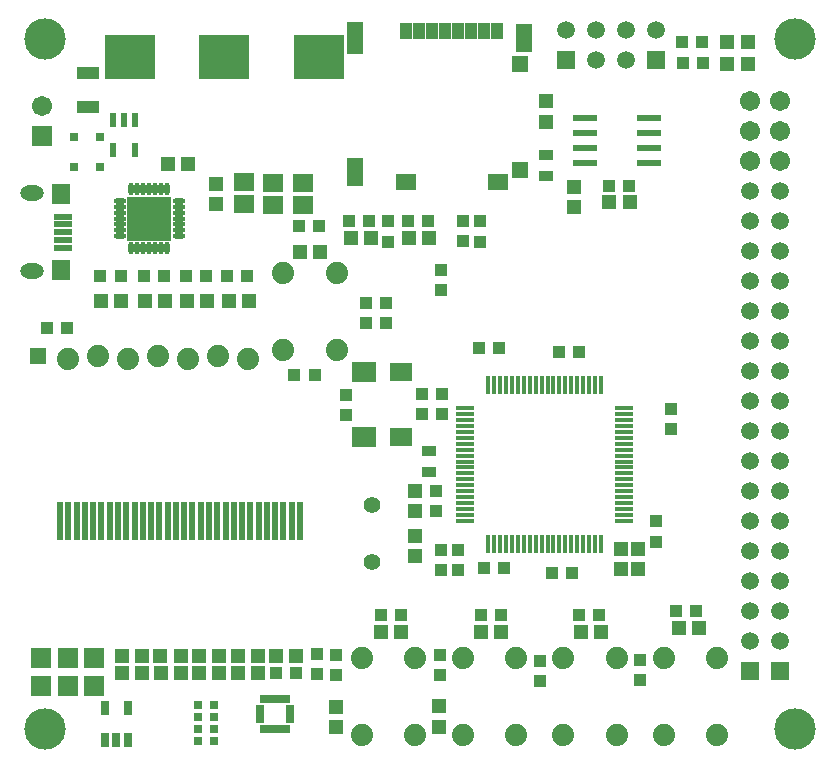
<source format=gbr>
%TF.GenerationSoftware,Novarm,DipTrace,3.2.0.1*%
%TF.CreationDate,2018-12-02T20:47:12-08:00*%
%FSLAX26Y26*%
%MOIN*%
%TF.FileFunction,Soldermask,Top*%
%TF.Part,Single*%
%AMOUTLINE0*
4,1,4,
-0.035433,0.019685,
-0.035433,-0.019685,
0.035433,-0.019685,
0.035433,0.019685,
-0.035433,0.019685,
0*%
%AMOUTLINE1*
4,1,4,
0.026163,0.026163,
0.026205,-0.026121,
-0.026121,-0.026205,
-0.026163,0.026163,
0.026163,0.026163,
0*%
%AMOUTLINE2*
4,1,4,
-0.023622,0.015748,
-0.023622,-0.015748,
0.023622,-0.015748,
0.023622,0.015748,
-0.023622,0.015748,
0*%
%AMOUTLINE3*
4,1,4,
-0.010827,-0.023622,
0.010827,-0.023622,
0.010827,0.023622,
-0.010827,0.023622,
-0.010827,-0.023622,
0*%
%ADD26R,0.03937X0.043307*%
%ADD27R,0.043307X0.03937*%
%ADD33R,0.059055X0.059055*%
%ADD34C,0.059055*%
%ADD45C,0.074*%
%ADD50R,0.062992X0.011811*%
%ADD51R,0.011811X0.062992*%
%ADD62R,0.05937X0.05937*%
%ADD63C,0.05937*%
%ADD64R,0.07874X0.023622*%
%ADD68R,0.074803X0.059055*%
%ADD72C,0.137795*%
%ADD80C,0.056*%
%ADD82R,0.082803X0.067055*%
%ADD90R,0.027685X0.019811*%
%ADD92R,0.019811X0.027685*%
%ADD94R,0.031622X0.051307*%
%ADD96R,0.023748X0.12611*%
%ADD98R,0.145795X0.145795*%
%ADD100O,0.019811X0.041465*%
%ADD102O,0.041465X0.019811*%
%ADD108R,0.068X0.068*%
%ADD112R,0.053669X0.057213*%
%ADD114R,0.053669X0.055244*%
%ADD116R,0.067055X0.053276*%
%ADD118R,0.053276X0.094614*%
%ADD120R,0.053276X0.106425*%
%ADD122R,0.039496X0.056819*%
%ADD124O,0.078866X0.051307*%
%ADD126R,0.063118X0.070992*%
%ADD128R,0.06115X0.023748*%
%ADD130C,0.067055*%
%ADD132R,0.067055X0.067055*%
%ADD134R,0.031622X0.031622*%
%ADD136R,0.067055X0.059181*%
%ADD138R,0.051307X0.04737*%
%ADD140R,0.04737X0.051307*%
%ADD142R,0.16548X0.149732*%
%ADD149OUTLINE0*%
%ADD150OUTLINE1*%
%ADD151OUTLINE2*%
%ADD152OUTLINE3*%
G75*
G01*
%LPD*%
D142*
X1406202Y2734324D3*
X1091242D3*
X776281D3*
D26*
X1796824Y1287450D3*
Y1220521D3*
X1749809Y1543843D3*
Y1610772D3*
X1497617Y1541625D3*
Y1608554D3*
D140*
X1728075Y1221827D3*
Y1288756D3*
D26*
X1815427Y1543843D3*
Y1610772D3*
D140*
X1728075Y1137450D3*
Y1070521D3*
D27*
X2006032Y1762570D3*
X1939103D3*
X1956365Y1031257D3*
X2023294D3*
D26*
X2531200Y1118696D3*
Y1185625D3*
D27*
X2249756Y1012649D3*
X2182827D3*
D26*
X2580971Y1493848D3*
Y1560777D3*
D136*
X1156201Y2318701D3*
Y2243898D3*
D27*
X2206011Y1750071D3*
X2272940D3*
D140*
X1062452Y2310630D3*
Y2243701D3*
D136*
X1252987Y2315448D3*
Y2240645D3*
X1352978Y2315448D3*
Y2240645D3*
D138*
X749316Y737225D3*
X816246D3*
X878080D3*
X945009D3*
X1135607D3*
X1202536D3*
X1264370D3*
X1331299D3*
D140*
X2162265Y2518740D3*
Y2585670D3*
D138*
X816625Y680526D3*
X749696D3*
D26*
X1399950Y676772D3*
Y743701D3*
D27*
X1331299Y680969D3*
X1264370D3*
D26*
X1812302Y2025042D3*
Y1958113D3*
D138*
X1135692Y681201D3*
X1202621D3*
X1007110D3*
X1074040D3*
D134*
X676013Y2468746D3*
X589399D3*
X676013Y2368756D3*
X589399D3*
D149*
X637425Y2568735D3*
Y2678971D3*
D132*
X484316Y2471870D3*
D130*
Y2571870D3*
D128*
X554235Y2201133D3*
Y2175542D3*
Y2149952D3*
Y2124361D3*
Y2098771D3*
D126*
X545377Y2275936D3*
Y2023967D3*
D124*
X448999Y2279873D3*
Y2020030D3*
D122*
X1695110Y2820899D3*
X1738418D3*
X1781725D3*
X1825032D3*
X1868339D3*
X1911646D3*
X1954953D3*
X1998260D3*
D120*
X1528181Y2796109D3*
D118*
Y2350046D3*
D116*
X1697473Y2318550D3*
X2003772D3*
D114*
X2075032Y2357132D3*
D112*
Y2711462D3*
D118*
X2090780Y2796109D3*
D150*
X468701Y1737450D3*
D45*
X568701Y1727450D3*
X668701Y1737450D3*
X768701Y1727450D3*
X868701Y1737450D3*
X968701Y1727450D3*
X1068701Y1737450D3*
X1168701Y1727450D3*
D33*
X2843701Y687450D3*
D34*
Y787450D3*
Y887450D3*
Y987450D3*
Y1087450D3*
Y1187450D3*
Y1287450D3*
Y1387450D3*
Y1487450D3*
Y1587450D3*
Y1687450D3*
Y1787450D3*
Y1887450D3*
Y1987450D3*
Y2087450D3*
Y2187450D3*
Y2287450D3*
D130*
Y2387450D3*
Y2487450D3*
Y2587450D3*
D33*
X2943701Y687450D3*
D34*
Y787450D3*
Y887450D3*
Y987450D3*
Y1087450D3*
Y1187450D3*
Y1287450D3*
Y1387450D3*
Y1487450D3*
Y1587450D3*
Y1687450D3*
Y1787450D3*
Y1887450D3*
Y1987450D3*
Y2087450D3*
Y2187450D3*
Y2287450D3*
D130*
Y2387450D3*
Y2487450D3*
Y2587450D3*
D151*
X1771974Y1350042D3*
Y1420908D3*
X2162265Y2337509D3*
Y2408376D3*
D138*
X1106126Y1921928D3*
X1173055D3*
X965516D3*
X1032445D3*
X1343958Y2083452D3*
X1410887D3*
X824906Y1921928D3*
X891835D3*
X681171D3*
X748100D3*
X2605709Y831201D3*
X2672638D3*
X2278625Y818701D3*
X2345554D3*
X1945293D3*
X2012222D3*
X1611960D3*
X1678889D3*
X1705870Y2131374D3*
X1772799D3*
X1512100D3*
X1579029D3*
X2374743Y2250019D3*
X2441672D3*
X2768208Y2709334D3*
X2835137D3*
X2768208Y2784334D3*
X2835137D3*
D26*
X1631201Y1912452D3*
Y1845523D3*
D27*
X1339378Y2168872D3*
X1406307D3*
X1324853Y1675079D3*
X1391782D3*
X499940Y1831313D3*
X566869D3*
D26*
X1887625Y2118873D3*
Y2185802D3*
D140*
X2468483Y1094076D3*
Y1027147D3*
D27*
X821781Y2003170D3*
X888710D3*
X678046D3*
X744975D3*
D138*
X903929Y2375912D3*
X970858D3*
D27*
X1099877Y2003170D3*
X1166806D3*
D140*
X2412239Y1093890D3*
Y1026961D3*
D26*
X1562452Y1912452D3*
Y1845523D3*
D27*
X962391Y2003170D3*
X1029320D3*
X2662452Y887449D3*
X2595523D3*
X2339488Y874949D3*
X2272559D3*
X2012450Y874950D3*
X1945521D3*
X1681066Y874949D3*
X1614137D3*
X1701771Y2187452D3*
X1768700D3*
D26*
X1637450Y2118701D3*
Y2185630D3*
D27*
X1506198Y2187452D3*
X1573128D3*
D26*
X1943538Y2118782D3*
Y2185711D3*
D27*
X2372525Y2304045D3*
X2439454D3*
D26*
X1464774Y739696D3*
Y672767D3*
D138*
X1073772Y737225D3*
X1006843D3*
D26*
X1808559Y739696D3*
Y672767D3*
X2141673Y720944D3*
Y654015D3*
X2475170Y724983D3*
Y658054D3*
X1871067Y1089463D3*
Y1022534D3*
X1814811Y1089463D3*
Y1022534D3*
D27*
X2618467Y2712470D3*
X2685397D3*
X2616250Y2785244D3*
X2683179D3*
D138*
X878530Y681201D3*
X945460D3*
D140*
X2256201Y2233023D3*
Y2299952D3*
D45*
X1287450Y1756201D3*
Y2012201D3*
X1465450Y1756201D3*
Y2012201D3*
X1549950Y474950D3*
Y730950D3*
X1727950Y474950D3*
Y730950D3*
X1885368Y474950D3*
Y730950D3*
X2063368Y474950D3*
Y730950D3*
X2220784Y474950D3*
Y730950D3*
X2398784Y474950D3*
Y730950D3*
X2556201Y474950D3*
Y730950D3*
X2734201Y474950D3*
Y730950D3*
D108*
X481192Y731428D3*
X568698Y731201D3*
X656173Y731428D3*
X481192Y637688D3*
X568683D3*
X656173D3*
D50*
X1894685Y1562450D3*
Y1542765D3*
Y1523080D3*
Y1503395D3*
Y1483710D3*
Y1464025D3*
Y1444340D3*
Y1424655D3*
Y1404970D3*
Y1385285D3*
Y1365600D3*
Y1345915D3*
Y1326230D3*
Y1306545D3*
Y1286860D3*
Y1267175D3*
Y1247490D3*
Y1227805D3*
Y1208120D3*
Y1188435D3*
D51*
X1971457Y1111663D3*
X1991142D3*
X2010827D3*
X2030512D3*
X2050197D3*
X2069882D3*
X2089567D3*
X2109252D3*
X2128937D3*
X2148622D3*
X2168307D3*
X2187992D3*
X2207677D3*
X2227362D3*
X2247047D3*
X2266732D3*
X2286418D3*
X2306103D3*
X2325788D3*
X2345473D3*
D50*
X2422244Y1188435D3*
Y1208120D3*
Y1227805D3*
Y1247490D3*
Y1267175D3*
Y1286860D3*
Y1306545D3*
Y1326230D3*
Y1345915D3*
Y1365600D3*
Y1385285D3*
Y1404970D3*
Y1424655D3*
Y1444340D3*
Y1464025D3*
Y1483710D3*
Y1503395D3*
Y1523080D3*
Y1542765D3*
Y1562450D3*
D51*
X2345473Y1639222D3*
X2325788D3*
X2306103D3*
X2286418D3*
X2266732D3*
X2247047D3*
X2227362D3*
X2207677D3*
X2187992D3*
X2168307D3*
X2148622D3*
X2128937D3*
X2109252D3*
X2089567D3*
X2069882D3*
X2050197D3*
X2030512D3*
X2010827D3*
X1991142D3*
X1971457D3*
D152*
X793701Y2524949D3*
X756299D3*
X718898D3*
Y2422579D3*
X793701D3*
D102*
X741831Y2254307D3*
Y2234622D3*
Y2214937D3*
Y2195252D3*
Y2175567D3*
Y2155882D3*
Y2136197D3*
D100*
X781201Y2096827D3*
X800886D3*
X820571D3*
X840256D3*
X859941D3*
X879626D3*
X899311D3*
D102*
X938681Y2136197D3*
Y2155882D3*
Y2175567D3*
Y2195252D3*
Y2214937D3*
Y2234622D3*
Y2254307D3*
D100*
X899311Y2293677D3*
X879626D3*
X859941D3*
X840256D3*
X820571D3*
X800886D3*
X781201D3*
D98*
X840256Y2195252D3*
D96*
X543701Y1187454D3*
X571260D3*
X598819D3*
X626378D3*
X653937D3*
X681496D3*
X709055D3*
X736614D3*
X764173D3*
X791732D3*
X819292D3*
X846851D3*
X874410D3*
X901969D3*
X929528D3*
X957087D3*
X984646D3*
X1012205D3*
X1039764D3*
X1067323D3*
X1094882D3*
X1122441D3*
X1150000D3*
X1177559D3*
X1205118D3*
X1232677D3*
X1260236D3*
X1287795D3*
X1315355D3*
X1342914D3*
D94*
X693670Y456457D3*
X731071D3*
X768473D3*
Y562756D3*
X693670D3*
D92*
X1299950Y593701D3*
X1280265D3*
X1260580D3*
X1240895D3*
X1221210D3*
D90*
X1211368Y564173D3*
Y544488D3*
Y524803D3*
D92*
X1240895Y495276D3*
X1260580D3*
X1280265D3*
X1299950D3*
D90*
X1309793Y524803D3*
Y544488D3*
Y564173D3*
D92*
X1221210Y495276D3*
D62*
X2530977Y2724969D3*
D63*
Y2824969D3*
X2430977Y2724969D3*
Y2824969D3*
X2330977Y2724969D3*
Y2824969D3*
D62*
X2230977Y2724969D3*
D63*
Y2824969D3*
D64*
X2293502Y2531239D3*
Y2481239D3*
Y2431239D3*
Y2381239D3*
X2506100D3*
Y2431239D3*
Y2481239D3*
Y2531239D3*
D134*
X1002314Y453078D3*
X1057432D3*
Y492841D3*
X1002314D3*
Y532605D3*
X1057432D3*
Y572369D3*
X1002314D3*
D68*
X1681066Y1465726D3*
Y1682261D3*
D82*
X1555082D3*
Y1465726D3*
D80*
X1584326Y1049954D3*
Y1239954D3*
D140*
X1462339Y567131D3*
Y500202D3*
X1806053Y568945D3*
Y502016D3*
D72*
X493701Y493701D3*
X2993701D3*
Y2793701D3*
X493701D3*
M02*

</source>
